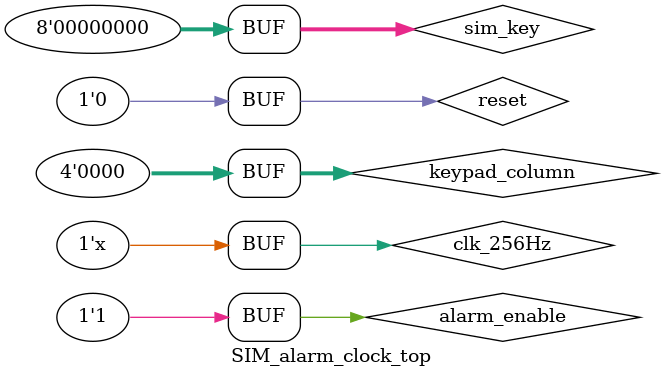
<source format=v>

`include "Timing_Generator.v"
`include "Keypad_Scanner_Decoder.v"
`include "Keypad_Logic.v"
`include "Alarm_Clock_Logic.v"
`include "LCD_Display.v"

/******************************************************************
Main module for alarm clock, calls other modules
******************************************************************/
module alarm_clock_top(
	output [6:0] seg1,			// 1st display (left-most)
	output [6:0] seg2,			// 2nd display
	output [6:0] seg3,			// 3rd display
	output [6:0] seg4,			// 4th display (right-most)
	output 		 am_pm_LED,		// LED dot display of meridiem
	output 		 alarm,			// Alarm output noise
	output [3:0] keypad_row,	// Row values outputted to keypad

	input 		 clk_256Hz,		// 256 cycles/sec board clock 
	input 		 reset,			// Resets all components of alarm clock
	input 		 alarm_enable,	// Switch to enable alarm
	input  [3:0] keypad_column	// Column values inputted from keypad	
);
	wire 		 Clock_1sec;				// 1 second clock
	wire   [3:0] key_code;					// Code of inputted key
	wire		 key_held;					// Flag for holding key down
	wire   [3:0] set_hours, hours;			// Inputted hours, display hours
	wire   [5:0] set_mins, mins;			// Inputted minutes, display minutes
	wire 		 set_am_pm;					// Inputted meridiem
	wire   [1:0] display_state;				// Display state (current,alarm,input)
	wire   [2:0] input_count;				// Current number of digits inputted
	wire 		 load_time, load_alarm;		// Flag to load time,alarm
	wire 		 flashing;					// Flag to flash display
	wire   [5:0] set_secs;					// Default to zero, user cannot change

	// Call each module
	timing_generator C1(
		.clk_1Hz		(Clock_1sec),
		.clk_256Hz		(clk_256Hz),
		.reset			(reset)
	);

	keypad_scanner_decoder C2(
		.row			(keypad_row),
		.key_code		(key_code),
		.key_held		(key_held),
		.clk_256Hz		(clk_256Hz),
		.reset			(reset),
		.col			(keypad_column)
	);

	keypad_logic C3(
		.load_time		(load_time),
		.load_alarm		(load_alarm),
		.set_hours		(set_hours),
		.set_mins		(set_mins),
		.set_secs		(set_secs),
		.set_am_pm		(set_am_pm),
		.display_state	(display_state),	
		.input_count	(input_count),
		.Clock_1sec		(Clock_1sec),
		.reset			(reset),
		.key_code		(key_code),
		.key_held		(key_held)
	);

	alarm_clock_logic C4(
		.hours			(hours),
		.mins			(mins),
		.am_pm			(am_pm_LED),
		.flashing		(flashing),
		.alarm			(alarm),
		.Clock_1sec		(Clock_1sec),
		.reset			(reset),
		.load_time		(load_time),
		.load_alarm		(load_alarm),
		.set_hours		(set_hours),
		.set_mins		(set_mins),
		.set_secs		(6'b0),
		.set_am_pm		(set_am_pm),
		.alarm_enable	(alarm_enable),
		.display_state	(display_state)	
	);

	lcd_display C5(
		.seg1			(seg1),
		.seg2			(seg2),
		.seg3			(seg3),
		.seg4			(seg4),
		.Clock_1sec		(Clock_1sec),
		.hours			(hours),
		.mins			(mins),
		.flashing		(flashing),
		.display_state	(display_state),
		.input_count	(input_count)
	);

endmodule

/******************************************************************
Test bench for alarm clock
******************************************************************/
`timescale 1s/1ms

module SIM_alarm_clock_top;

	wire [6:0] seg1;			// 1st display (left-most)
	wire [6:0] seg2;			// 2nd display
	wire [6:0] seg3;			// 3rd display
	wire [6:0] seg4;			// 4th display (right-most)
	wire 	   am_pm_LED;		// LED dot display of meridiem
	wire 	   alarm;			// Alarm output noise
	wire [3:0] keypad_row;		// Row values outputted to keypad

	reg 	   clk_256Hz;		// 256 cycles/sec board clock 
	reg 	   reset;			// Resets all components of alarm clock
	reg 	   alarm_enable;	// Switch to enable alarm
	reg  [3:0] keypad_column;	// Column values of keypad
	
	reg  [7:0] sim_key;			// Simulated key press (row,column)
	
	alarm_clock_top C1(
		.seg1			(seg1),
		.seg2			(seg2),
		.seg3			(seg3),
		.seg4			(seg4),
		.am_pm_LED		(am_pm_LED),
		.alarm			(alarm),
		.keypad_row		(keypad_row),
		.clk_256Hz		(clk_256Hz),
		.reset			(reset),
		.alarm_enable	(alarm_enable),
		.keypad_column	(keypad_column)
	);
	
	// Board clock
	// PERIOD = 1/256 = 0.00390625 sec 
	// HALF PERIOD = 0.001953125
	initial
		#0 clk_256Hz = 0;
	always
		#0.001953125 clk_256Hz = ~clk_256Hz;

	// Change column values based on simulated key input
	// Update every half clock period
	always begin
		#0.001953125
		if (keypad_row == sim_key[7:4])
			keypad_column = sim_key[3:0];
		else
			keypad_column = 0;
	end

	// Test inputs
	initial begin

		// Alarm clock is OFF
		#0	reset = 1;
			alarm_enable = 0;
			keypad_column = 0;
			sim_key = 0;
			
		// Alarm clock is turned ON
		#1	reset = 0;

		// Allow LCD to flash for 5 seconds
		// Set time to 11:58 PM
		// Input 1 key
		#5	sim_key = 8'b1000_1000; #0.25 sim_key = 0;
		// Input time key (does nothing)
		#1	sim_key = 8'b0100_0001; #0.25 sim_key = 0;
		// Input alarm key (does nothing)
		#1	sim_key = 8'b0010_0001; #0.25 sim_key = 0;
		// Input 1 key
		#1	sim_key = 8'b1000_1000; #0.25 sim_key = 0;
		// Input 5 key
		#1	sim_key = 8'b0100_0100; #0.25 sim_key = 0;
		// Input 8 key
		#1	sim_key = 8'b0010_0100; #0.25 sim_key = 0;
		// Input meridiem key (AM to PM)
		#1	sim_key = 8'b1000_0001; #0.25 sim_key = 0;
		// Input time key
		#1	sim_key = 8'b0100_0001; #0.25 sim_key = 0;

		// Set alarm time to 11:59 PM
		// Input 1 key		
		#5	sim_key = 8'b1000_1000; #0.25 sim_key = 0;
		// Input 1 key
		#1	sim_key = 8'b1000_1000; #0.25 sim_key = 0;
		// Input 5 key
		#1	sim_key = 8'b0100_0100; #0.25 sim_key = 0;
		// Input 9 key
		#1	sim_key = 8'b0010_0010; #0.25 sim_key = 0;
		// Input meridiem key (AM to PM)
		#1	sim_key = 8'b1000_0001; #0.25 sim_key = 0;
		// Input alarm key
		#1	sim_key = 8'b0010_0001; #0.25 sim_key = 0;	// 11:58:10

		// Turn alarm ON
		#1	alarm_enable = 1;	// 11:58:11

		// Show alarm time for 5 seconds
		#1	sim_key = 8'b0010_0001; #5 sim_key = 0;	// 11:58:17

		// Input 4 key		
		#5	sim_key = 8'b0100_1000; #0.25 sim_key = 0; // 11:58:22
		
		// Wait for screen to return to current time after 10 seconds
		// Wait for alarm to trigger
		// Turn off alarm 5 seconds after triggering
		#43	alarm_enable = 0;	// 11:59:05

		// Set alarm time to 12:00 AM
		// Input 1 key		
		#5	sim_key = 8'b1000_1000; #0.25 sim_key = 0;
		// Input 2 key
		#1	sim_key = 8'b1000_0100; #0.25 sim_key = 0;
		// Input 0 key
		#1	sim_key = 8'b0001_0100; #0.25 sim_key = 0;
		// Input 0 key
		#1	sim_key = 8'b0001_0100; #0.25 sim_key = 0;
		// Input alarm key
		#1	sim_key = 8'b0010_0001; #0.25 sim_key = 0;	// 11:59:14	

		// Wait for 12:00 AM to show hour and meridiem change
		// Alarm will no trigger because disabled
		// Turn ON alarm 5 seconds after 12:00 AM
		#51	alarm_enable = 1;	// 12:00:05
		// Alarm will immediately trigger
		// Wait another 55 seconds for alarm to turn off by itself
		// Reset Alarm Clock 5 seconds after alarm turns off
		#60 reset = 1;	// 12:00:05	

		// Alarm clock is turned ON
		#1	reset = 0;

		// Input meridiem key (does nothing)
		#1	sim_key = 8'b1000_0001; #0.25 sim_key = 0;

		// Show alarm time for 5 seconds (show default 00:00 without flashing)
		#1	sim_key = 8'b0010_0001; #5 sim_key = 0;

		// Set time to 6:30 AM
		// Input 6 key
		#70	sim_key = 8'b1000_1000; #0.25 sim_key = 0;
		// Input 3 key
		#1	sim_key = 8'b1000_0010; #0.25 sim_key = 0;
		// Input 0 key
		#1	sim_key = 8'b0001_0100; #0.25 sim_key = 0;
		// Input time key
		#1	sim_key = 8'b0100_0001; #0.25 sim_key = 0;

	end

endmodule

</source>
